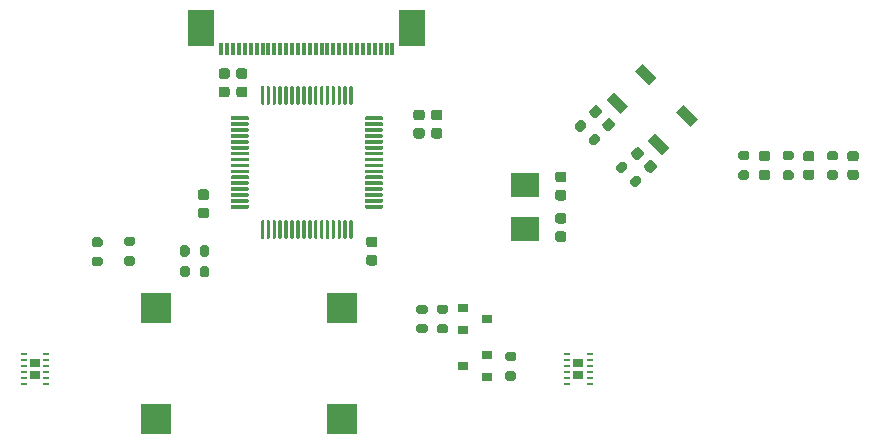
<source format=gbr>
%TF.GenerationSoftware,KiCad,Pcbnew,(5.1.7)-1*%
%TF.CreationDate,2021-05-03T22:06:55+02:00*%
%TF.ProjectId,Kaszmir,4b61737a-6d69-4722-9e6b-696361645f70,rev?*%
%TF.SameCoordinates,Original*%
%TF.FileFunction,Paste,Top*%
%TF.FilePolarity,Positive*%
%FSLAX46Y46*%
G04 Gerber Fmt 4.6, Leading zero omitted, Abs format (unit mm)*
G04 Created by KiCad (PCBNEW (5.1.7)-1) date 2021-05-03 22:06:55*
%MOMM*%
%LPD*%
G01*
G04 APERTURE LIST*
%ADD10R,0.950000X0.800000*%
%ADD11R,0.500000X0.250000*%
%ADD12R,2.400000X2.000000*%
%ADD13C,0.150000*%
%ADD14R,0.900000X0.800000*%
%ADD15R,2.300000X3.100000*%
%ADD16R,0.300000X1.100000*%
%ADD17R,2.540000X2.540000*%
G04 APERTURE END LIST*
%TO.C,C12*%
G36*
G01*
X106750000Y-136575000D02*
X107250000Y-136575000D01*
G75*
G02*
X107475000Y-136800000I0J-225000D01*
G01*
X107475000Y-137250000D01*
G75*
G02*
X107250000Y-137475000I-225000J0D01*
G01*
X106750000Y-137475000D01*
G75*
G02*
X106525000Y-137250000I0J225000D01*
G01*
X106525000Y-136800000D01*
G75*
G02*
X106750000Y-136575000I225000J0D01*
G01*
G37*
G36*
G01*
X106750000Y-135025000D02*
X107250000Y-135025000D01*
G75*
G02*
X107475000Y-135250000I0J-225000D01*
G01*
X107475000Y-135700000D01*
G75*
G02*
X107250000Y-135925000I-225000J0D01*
G01*
X106750000Y-135925000D01*
G75*
G02*
X106525000Y-135700000I0J225000D01*
G01*
X106525000Y-135250000D01*
G75*
G02*
X106750000Y-135025000I225000J0D01*
G01*
G37*
%TD*%
%TO.C,C11*%
G36*
G01*
X105250000Y-136575000D02*
X105750000Y-136575000D01*
G75*
G02*
X105975000Y-136800000I0J-225000D01*
G01*
X105975000Y-137250000D01*
G75*
G02*
X105750000Y-137475000I-225000J0D01*
G01*
X105250000Y-137475000D01*
G75*
G02*
X105025000Y-137250000I0J225000D01*
G01*
X105025000Y-136800000D01*
G75*
G02*
X105250000Y-136575000I225000J0D01*
G01*
G37*
G36*
G01*
X105250000Y-135025000D02*
X105750000Y-135025000D01*
G75*
G02*
X105975000Y-135250000I0J-225000D01*
G01*
X105975000Y-135700000D01*
G75*
G02*
X105750000Y-135925000I-225000J0D01*
G01*
X105250000Y-135925000D01*
G75*
G02*
X105025000Y-135700000I0J225000D01*
G01*
X105025000Y-135250000D01*
G75*
G02*
X105250000Y-135025000I225000J0D01*
G01*
G37*
%TD*%
%TO.C,C9*%
G36*
G01*
X101250000Y-147325000D02*
X101750000Y-147325000D01*
G75*
G02*
X101975000Y-147550000I0J-225000D01*
G01*
X101975000Y-148000000D01*
G75*
G02*
X101750000Y-148225000I-225000J0D01*
G01*
X101250000Y-148225000D01*
G75*
G02*
X101025000Y-148000000I0J225000D01*
G01*
X101025000Y-147550000D01*
G75*
G02*
X101250000Y-147325000I225000J0D01*
G01*
G37*
G36*
G01*
X101250000Y-145775000D02*
X101750000Y-145775000D01*
G75*
G02*
X101975000Y-146000000I0J-225000D01*
G01*
X101975000Y-146450000D01*
G75*
G02*
X101750000Y-146675000I-225000J0D01*
G01*
X101250000Y-146675000D01*
G75*
G02*
X101025000Y-146450000I0J225000D01*
G01*
X101025000Y-146000000D01*
G75*
G02*
X101250000Y-145775000I225000J0D01*
G01*
G37*
%TD*%
%TO.C,C8*%
G36*
G01*
X90750000Y-132425000D02*
X90250000Y-132425000D01*
G75*
G02*
X90025000Y-132200000I0J225000D01*
G01*
X90025000Y-131750000D01*
G75*
G02*
X90250000Y-131525000I225000J0D01*
G01*
X90750000Y-131525000D01*
G75*
G02*
X90975000Y-131750000I0J-225000D01*
G01*
X90975000Y-132200000D01*
G75*
G02*
X90750000Y-132425000I-225000J0D01*
G01*
G37*
G36*
G01*
X90750000Y-133975000D02*
X90250000Y-133975000D01*
G75*
G02*
X90025000Y-133750000I0J225000D01*
G01*
X90025000Y-133300000D01*
G75*
G02*
X90250000Y-133075000I225000J0D01*
G01*
X90750000Y-133075000D01*
G75*
G02*
X90975000Y-133300000I0J-225000D01*
G01*
X90975000Y-133750000D01*
G75*
G02*
X90750000Y-133975000I-225000J0D01*
G01*
G37*
%TD*%
%TO.C,C7*%
G36*
G01*
X87500000Y-142675000D02*
X87000000Y-142675000D01*
G75*
G02*
X86775000Y-142450000I0J225000D01*
G01*
X86775000Y-142000000D01*
G75*
G02*
X87000000Y-141775000I225000J0D01*
G01*
X87500000Y-141775000D01*
G75*
G02*
X87725000Y-142000000I0J-225000D01*
G01*
X87725000Y-142450000D01*
G75*
G02*
X87500000Y-142675000I-225000J0D01*
G01*
G37*
G36*
G01*
X87500000Y-144225000D02*
X87000000Y-144225000D01*
G75*
G02*
X86775000Y-144000000I0J225000D01*
G01*
X86775000Y-143550000D01*
G75*
G02*
X87000000Y-143325000I225000J0D01*
G01*
X87500000Y-143325000D01*
G75*
G02*
X87725000Y-143550000I0J-225000D01*
G01*
X87725000Y-144000000D01*
G75*
G02*
X87500000Y-144225000I-225000J0D01*
G01*
G37*
%TD*%
%TO.C,C13*%
G36*
G01*
X89250000Y-132425000D02*
X88750000Y-132425000D01*
G75*
G02*
X88525000Y-132200000I0J225000D01*
G01*
X88525000Y-131750000D01*
G75*
G02*
X88750000Y-131525000I225000J0D01*
G01*
X89250000Y-131525000D01*
G75*
G02*
X89475000Y-131750000I0J-225000D01*
G01*
X89475000Y-132200000D01*
G75*
G02*
X89250000Y-132425000I-225000J0D01*
G01*
G37*
G36*
G01*
X89250000Y-133975000D02*
X88750000Y-133975000D01*
G75*
G02*
X88525000Y-133750000I0J225000D01*
G01*
X88525000Y-133300000D01*
G75*
G02*
X88750000Y-133075000I225000J0D01*
G01*
X89250000Y-133075000D01*
G75*
G02*
X89475000Y-133300000I0J-225000D01*
G01*
X89475000Y-133750000D01*
G75*
G02*
X89250000Y-133975000I-225000J0D01*
G01*
G37*
%TD*%
D10*
%TO.C,U1*%
X119000000Y-156500000D03*
X119000000Y-157500000D03*
D11*
X118050000Y-158250000D03*
X118050000Y-157750000D03*
X118050000Y-157250000D03*
X118050000Y-156750000D03*
X118050000Y-156250000D03*
X118050000Y-155750000D03*
X119950000Y-155750000D03*
X119950000Y-156250000D03*
X119950000Y-156750000D03*
X119950000Y-157250000D03*
X119950000Y-157750000D03*
X119950000Y-158250000D03*
%TD*%
D10*
%TO.C,U3*%
X73000000Y-157500000D03*
X73000000Y-156500000D03*
D11*
X73950000Y-155750000D03*
X73950000Y-156250000D03*
X73950000Y-156750000D03*
X73950000Y-157250000D03*
X73950000Y-157750000D03*
X73950000Y-158250000D03*
X72050000Y-158250000D03*
X72050000Y-157750000D03*
X72050000Y-157250000D03*
X72050000Y-156750000D03*
X72050000Y-156250000D03*
X72050000Y-155750000D03*
%TD*%
%TO.C,R13*%
G36*
G01*
X107775000Y-152325000D02*
X107225000Y-152325000D01*
G75*
G02*
X107025000Y-152125000I0J200000D01*
G01*
X107025000Y-151725000D01*
G75*
G02*
X107225000Y-151525000I200000J0D01*
G01*
X107775000Y-151525000D01*
G75*
G02*
X107975000Y-151725000I0J-200000D01*
G01*
X107975000Y-152125000D01*
G75*
G02*
X107775000Y-152325000I-200000J0D01*
G01*
G37*
G36*
G01*
X107775000Y-153975000D02*
X107225000Y-153975000D01*
G75*
G02*
X107025000Y-153775000I0J200000D01*
G01*
X107025000Y-153375000D01*
G75*
G02*
X107225000Y-153175000I200000J0D01*
G01*
X107775000Y-153175000D01*
G75*
G02*
X107975000Y-153375000I0J-200000D01*
G01*
X107975000Y-153775000D01*
G75*
G02*
X107775000Y-153975000I-200000J0D01*
G01*
G37*
%TD*%
D12*
%TO.C,Y1*%
X114500000Y-145100000D03*
X114500000Y-141400000D03*
%TD*%
%TO.C,U2*%
G36*
G01*
X99900000Y-144475000D02*
X99900000Y-145875000D01*
G75*
G02*
X99825000Y-145950000I-75000J0D01*
G01*
X99675000Y-145950000D01*
G75*
G02*
X99600000Y-145875000I0J75000D01*
G01*
X99600000Y-144475000D01*
G75*
G02*
X99675000Y-144400000I75000J0D01*
G01*
X99825000Y-144400000D01*
G75*
G02*
X99900000Y-144475000I0J-75000D01*
G01*
G37*
G36*
G01*
X99400000Y-144475000D02*
X99400000Y-145875000D01*
G75*
G02*
X99325000Y-145950000I-75000J0D01*
G01*
X99175000Y-145950000D01*
G75*
G02*
X99100000Y-145875000I0J75000D01*
G01*
X99100000Y-144475000D01*
G75*
G02*
X99175000Y-144400000I75000J0D01*
G01*
X99325000Y-144400000D01*
G75*
G02*
X99400000Y-144475000I0J-75000D01*
G01*
G37*
G36*
G01*
X98900000Y-144475000D02*
X98900000Y-145875000D01*
G75*
G02*
X98825000Y-145950000I-75000J0D01*
G01*
X98675000Y-145950000D01*
G75*
G02*
X98600000Y-145875000I0J75000D01*
G01*
X98600000Y-144475000D01*
G75*
G02*
X98675000Y-144400000I75000J0D01*
G01*
X98825000Y-144400000D01*
G75*
G02*
X98900000Y-144475000I0J-75000D01*
G01*
G37*
G36*
G01*
X98400000Y-144475000D02*
X98400000Y-145875000D01*
G75*
G02*
X98325000Y-145950000I-75000J0D01*
G01*
X98175000Y-145950000D01*
G75*
G02*
X98100000Y-145875000I0J75000D01*
G01*
X98100000Y-144475000D01*
G75*
G02*
X98175000Y-144400000I75000J0D01*
G01*
X98325000Y-144400000D01*
G75*
G02*
X98400000Y-144475000I0J-75000D01*
G01*
G37*
G36*
G01*
X97900000Y-144475000D02*
X97900000Y-145875000D01*
G75*
G02*
X97825000Y-145950000I-75000J0D01*
G01*
X97675000Y-145950000D01*
G75*
G02*
X97600000Y-145875000I0J75000D01*
G01*
X97600000Y-144475000D01*
G75*
G02*
X97675000Y-144400000I75000J0D01*
G01*
X97825000Y-144400000D01*
G75*
G02*
X97900000Y-144475000I0J-75000D01*
G01*
G37*
G36*
G01*
X97400000Y-144475000D02*
X97400000Y-145875000D01*
G75*
G02*
X97325000Y-145950000I-75000J0D01*
G01*
X97175000Y-145950000D01*
G75*
G02*
X97100000Y-145875000I0J75000D01*
G01*
X97100000Y-144475000D01*
G75*
G02*
X97175000Y-144400000I75000J0D01*
G01*
X97325000Y-144400000D01*
G75*
G02*
X97400000Y-144475000I0J-75000D01*
G01*
G37*
G36*
G01*
X96900000Y-144475000D02*
X96900000Y-145875000D01*
G75*
G02*
X96825000Y-145950000I-75000J0D01*
G01*
X96675000Y-145950000D01*
G75*
G02*
X96600000Y-145875000I0J75000D01*
G01*
X96600000Y-144475000D01*
G75*
G02*
X96675000Y-144400000I75000J0D01*
G01*
X96825000Y-144400000D01*
G75*
G02*
X96900000Y-144475000I0J-75000D01*
G01*
G37*
G36*
G01*
X96400000Y-144475000D02*
X96400000Y-145875000D01*
G75*
G02*
X96325000Y-145950000I-75000J0D01*
G01*
X96175000Y-145950000D01*
G75*
G02*
X96100000Y-145875000I0J75000D01*
G01*
X96100000Y-144475000D01*
G75*
G02*
X96175000Y-144400000I75000J0D01*
G01*
X96325000Y-144400000D01*
G75*
G02*
X96400000Y-144475000I0J-75000D01*
G01*
G37*
G36*
G01*
X95900000Y-144475000D02*
X95900000Y-145875000D01*
G75*
G02*
X95825000Y-145950000I-75000J0D01*
G01*
X95675000Y-145950000D01*
G75*
G02*
X95600000Y-145875000I0J75000D01*
G01*
X95600000Y-144475000D01*
G75*
G02*
X95675000Y-144400000I75000J0D01*
G01*
X95825000Y-144400000D01*
G75*
G02*
X95900000Y-144475000I0J-75000D01*
G01*
G37*
G36*
G01*
X95400000Y-144475000D02*
X95400000Y-145875000D01*
G75*
G02*
X95325000Y-145950000I-75000J0D01*
G01*
X95175000Y-145950000D01*
G75*
G02*
X95100000Y-145875000I0J75000D01*
G01*
X95100000Y-144475000D01*
G75*
G02*
X95175000Y-144400000I75000J0D01*
G01*
X95325000Y-144400000D01*
G75*
G02*
X95400000Y-144475000I0J-75000D01*
G01*
G37*
G36*
G01*
X94900000Y-144475000D02*
X94900000Y-145875000D01*
G75*
G02*
X94825000Y-145950000I-75000J0D01*
G01*
X94675000Y-145950000D01*
G75*
G02*
X94600000Y-145875000I0J75000D01*
G01*
X94600000Y-144475000D01*
G75*
G02*
X94675000Y-144400000I75000J0D01*
G01*
X94825000Y-144400000D01*
G75*
G02*
X94900000Y-144475000I0J-75000D01*
G01*
G37*
G36*
G01*
X94400000Y-144475000D02*
X94400000Y-145875000D01*
G75*
G02*
X94325000Y-145950000I-75000J0D01*
G01*
X94175000Y-145950000D01*
G75*
G02*
X94100000Y-145875000I0J75000D01*
G01*
X94100000Y-144475000D01*
G75*
G02*
X94175000Y-144400000I75000J0D01*
G01*
X94325000Y-144400000D01*
G75*
G02*
X94400000Y-144475000I0J-75000D01*
G01*
G37*
G36*
G01*
X93900000Y-144475000D02*
X93900000Y-145875000D01*
G75*
G02*
X93825000Y-145950000I-75000J0D01*
G01*
X93675000Y-145950000D01*
G75*
G02*
X93600000Y-145875000I0J75000D01*
G01*
X93600000Y-144475000D01*
G75*
G02*
X93675000Y-144400000I75000J0D01*
G01*
X93825000Y-144400000D01*
G75*
G02*
X93900000Y-144475000I0J-75000D01*
G01*
G37*
G36*
G01*
X93400000Y-144475000D02*
X93400000Y-145875000D01*
G75*
G02*
X93325000Y-145950000I-75000J0D01*
G01*
X93175000Y-145950000D01*
G75*
G02*
X93100000Y-145875000I0J75000D01*
G01*
X93100000Y-144475000D01*
G75*
G02*
X93175000Y-144400000I75000J0D01*
G01*
X93325000Y-144400000D01*
G75*
G02*
X93400000Y-144475000I0J-75000D01*
G01*
G37*
G36*
G01*
X92900000Y-144475000D02*
X92900000Y-145875000D01*
G75*
G02*
X92825000Y-145950000I-75000J0D01*
G01*
X92675000Y-145950000D01*
G75*
G02*
X92600000Y-145875000I0J75000D01*
G01*
X92600000Y-144475000D01*
G75*
G02*
X92675000Y-144400000I75000J0D01*
G01*
X92825000Y-144400000D01*
G75*
G02*
X92900000Y-144475000I0J-75000D01*
G01*
G37*
G36*
G01*
X92400000Y-144475000D02*
X92400000Y-145875000D01*
G75*
G02*
X92325000Y-145950000I-75000J0D01*
G01*
X92175000Y-145950000D01*
G75*
G02*
X92100000Y-145875000I0J75000D01*
G01*
X92100000Y-144475000D01*
G75*
G02*
X92175000Y-144400000I75000J0D01*
G01*
X92325000Y-144400000D01*
G75*
G02*
X92400000Y-144475000I0J-75000D01*
G01*
G37*
G36*
G01*
X91100000Y-143175000D02*
X91100000Y-143325000D01*
G75*
G02*
X91025000Y-143400000I-75000J0D01*
G01*
X89625000Y-143400000D01*
G75*
G02*
X89550000Y-143325000I0J75000D01*
G01*
X89550000Y-143175000D01*
G75*
G02*
X89625000Y-143100000I75000J0D01*
G01*
X91025000Y-143100000D01*
G75*
G02*
X91100000Y-143175000I0J-75000D01*
G01*
G37*
G36*
G01*
X91100000Y-142675000D02*
X91100000Y-142825000D01*
G75*
G02*
X91025000Y-142900000I-75000J0D01*
G01*
X89625000Y-142900000D01*
G75*
G02*
X89550000Y-142825000I0J75000D01*
G01*
X89550000Y-142675000D01*
G75*
G02*
X89625000Y-142600000I75000J0D01*
G01*
X91025000Y-142600000D01*
G75*
G02*
X91100000Y-142675000I0J-75000D01*
G01*
G37*
G36*
G01*
X91100000Y-142175000D02*
X91100000Y-142325000D01*
G75*
G02*
X91025000Y-142400000I-75000J0D01*
G01*
X89625000Y-142400000D01*
G75*
G02*
X89550000Y-142325000I0J75000D01*
G01*
X89550000Y-142175000D01*
G75*
G02*
X89625000Y-142100000I75000J0D01*
G01*
X91025000Y-142100000D01*
G75*
G02*
X91100000Y-142175000I0J-75000D01*
G01*
G37*
G36*
G01*
X91100000Y-141675000D02*
X91100000Y-141825000D01*
G75*
G02*
X91025000Y-141900000I-75000J0D01*
G01*
X89625000Y-141900000D01*
G75*
G02*
X89550000Y-141825000I0J75000D01*
G01*
X89550000Y-141675000D01*
G75*
G02*
X89625000Y-141600000I75000J0D01*
G01*
X91025000Y-141600000D01*
G75*
G02*
X91100000Y-141675000I0J-75000D01*
G01*
G37*
G36*
G01*
X91100000Y-141175000D02*
X91100000Y-141325000D01*
G75*
G02*
X91025000Y-141400000I-75000J0D01*
G01*
X89625000Y-141400000D01*
G75*
G02*
X89550000Y-141325000I0J75000D01*
G01*
X89550000Y-141175000D01*
G75*
G02*
X89625000Y-141100000I75000J0D01*
G01*
X91025000Y-141100000D01*
G75*
G02*
X91100000Y-141175000I0J-75000D01*
G01*
G37*
G36*
G01*
X91100000Y-140675000D02*
X91100000Y-140825000D01*
G75*
G02*
X91025000Y-140900000I-75000J0D01*
G01*
X89625000Y-140900000D01*
G75*
G02*
X89550000Y-140825000I0J75000D01*
G01*
X89550000Y-140675000D01*
G75*
G02*
X89625000Y-140600000I75000J0D01*
G01*
X91025000Y-140600000D01*
G75*
G02*
X91100000Y-140675000I0J-75000D01*
G01*
G37*
G36*
G01*
X91100000Y-140175000D02*
X91100000Y-140325000D01*
G75*
G02*
X91025000Y-140400000I-75000J0D01*
G01*
X89625000Y-140400000D01*
G75*
G02*
X89550000Y-140325000I0J75000D01*
G01*
X89550000Y-140175000D01*
G75*
G02*
X89625000Y-140100000I75000J0D01*
G01*
X91025000Y-140100000D01*
G75*
G02*
X91100000Y-140175000I0J-75000D01*
G01*
G37*
G36*
G01*
X91100000Y-139675000D02*
X91100000Y-139825000D01*
G75*
G02*
X91025000Y-139900000I-75000J0D01*
G01*
X89625000Y-139900000D01*
G75*
G02*
X89550000Y-139825000I0J75000D01*
G01*
X89550000Y-139675000D01*
G75*
G02*
X89625000Y-139600000I75000J0D01*
G01*
X91025000Y-139600000D01*
G75*
G02*
X91100000Y-139675000I0J-75000D01*
G01*
G37*
G36*
G01*
X91100000Y-139175000D02*
X91100000Y-139325000D01*
G75*
G02*
X91025000Y-139400000I-75000J0D01*
G01*
X89625000Y-139400000D01*
G75*
G02*
X89550000Y-139325000I0J75000D01*
G01*
X89550000Y-139175000D01*
G75*
G02*
X89625000Y-139100000I75000J0D01*
G01*
X91025000Y-139100000D01*
G75*
G02*
X91100000Y-139175000I0J-75000D01*
G01*
G37*
G36*
G01*
X91100000Y-138675000D02*
X91100000Y-138825000D01*
G75*
G02*
X91025000Y-138900000I-75000J0D01*
G01*
X89625000Y-138900000D01*
G75*
G02*
X89550000Y-138825000I0J75000D01*
G01*
X89550000Y-138675000D01*
G75*
G02*
X89625000Y-138600000I75000J0D01*
G01*
X91025000Y-138600000D01*
G75*
G02*
X91100000Y-138675000I0J-75000D01*
G01*
G37*
G36*
G01*
X91100000Y-138175000D02*
X91100000Y-138325000D01*
G75*
G02*
X91025000Y-138400000I-75000J0D01*
G01*
X89625000Y-138400000D01*
G75*
G02*
X89550000Y-138325000I0J75000D01*
G01*
X89550000Y-138175000D01*
G75*
G02*
X89625000Y-138100000I75000J0D01*
G01*
X91025000Y-138100000D01*
G75*
G02*
X91100000Y-138175000I0J-75000D01*
G01*
G37*
G36*
G01*
X91100000Y-137675000D02*
X91100000Y-137825000D01*
G75*
G02*
X91025000Y-137900000I-75000J0D01*
G01*
X89625000Y-137900000D01*
G75*
G02*
X89550000Y-137825000I0J75000D01*
G01*
X89550000Y-137675000D01*
G75*
G02*
X89625000Y-137600000I75000J0D01*
G01*
X91025000Y-137600000D01*
G75*
G02*
X91100000Y-137675000I0J-75000D01*
G01*
G37*
G36*
G01*
X91100000Y-137175000D02*
X91100000Y-137325000D01*
G75*
G02*
X91025000Y-137400000I-75000J0D01*
G01*
X89625000Y-137400000D01*
G75*
G02*
X89550000Y-137325000I0J75000D01*
G01*
X89550000Y-137175000D01*
G75*
G02*
X89625000Y-137100000I75000J0D01*
G01*
X91025000Y-137100000D01*
G75*
G02*
X91100000Y-137175000I0J-75000D01*
G01*
G37*
G36*
G01*
X91100000Y-136675000D02*
X91100000Y-136825000D01*
G75*
G02*
X91025000Y-136900000I-75000J0D01*
G01*
X89625000Y-136900000D01*
G75*
G02*
X89550000Y-136825000I0J75000D01*
G01*
X89550000Y-136675000D01*
G75*
G02*
X89625000Y-136600000I75000J0D01*
G01*
X91025000Y-136600000D01*
G75*
G02*
X91100000Y-136675000I0J-75000D01*
G01*
G37*
G36*
G01*
X91100000Y-136175000D02*
X91100000Y-136325000D01*
G75*
G02*
X91025000Y-136400000I-75000J0D01*
G01*
X89625000Y-136400000D01*
G75*
G02*
X89550000Y-136325000I0J75000D01*
G01*
X89550000Y-136175000D01*
G75*
G02*
X89625000Y-136100000I75000J0D01*
G01*
X91025000Y-136100000D01*
G75*
G02*
X91100000Y-136175000I0J-75000D01*
G01*
G37*
G36*
G01*
X91100000Y-135675000D02*
X91100000Y-135825000D01*
G75*
G02*
X91025000Y-135900000I-75000J0D01*
G01*
X89625000Y-135900000D01*
G75*
G02*
X89550000Y-135825000I0J75000D01*
G01*
X89550000Y-135675000D01*
G75*
G02*
X89625000Y-135600000I75000J0D01*
G01*
X91025000Y-135600000D01*
G75*
G02*
X91100000Y-135675000I0J-75000D01*
G01*
G37*
G36*
G01*
X92400000Y-133125000D02*
X92400000Y-134525000D01*
G75*
G02*
X92325000Y-134600000I-75000J0D01*
G01*
X92175000Y-134600000D01*
G75*
G02*
X92100000Y-134525000I0J75000D01*
G01*
X92100000Y-133125000D01*
G75*
G02*
X92175000Y-133050000I75000J0D01*
G01*
X92325000Y-133050000D01*
G75*
G02*
X92400000Y-133125000I0J-75000D01*
G01*
G37*
G36*
G01*
X92900000Y-133125000D02*
X92900000Y-134525000D01*
G75*
G02*
X92825000Y-134600000I-75000J0D01*
G01*
X92675000Y-134600000D01*
G75*
G02*
X92600000Y-134525000I0J75000D01*
G01*
X92600000Y-133125000D01*
G75*
G02*
X92675000Y-133050000I75000J0D01*
G01*
X92825000Y-133050000D01*
G75*
G02*
X92900000Y-133125000I0J-75000D01*
G01*
G37*
G36*
G01*
X93400000Y-133125000D02*
X93400000Y-134525000D01*
G75*
G02*
X93325000Y-134600000I-75000J0D01*
G01*
X93175000Y-134600000D01*
G75*
G02*
X93100000Y-134525000I0J75000D01*
G01*
X93100000Y-133125000D01*
G75*
G02*
X93175000Y-133050000I75000J0D01*
G01*
X93325000Y-133050000D01*
G75*
G02*
X93400000Y-133125000I0J-75000D01*
G01*
G37*
G36*
G01*
X93900000Y-133125000D02*
X93900000Y-134525000D01*
G75*
G02*
X93825000Y-134600000I-75000J0D01*
G01*
X93675000Y-134600000D01*
G75*
G02*
X93600000Y-134525000I0J75000D01*
G01*
X93600000Y-133125000D01*
G75*
G02*
X93675000Y-133050000I75000J0D01*
G01*
X93825000Y-133050000D01*
G75*
G02*
X93900000Y-133125000I0J-75000D01*
G01*
G37*
G36*
G01*
X94400000Y-133125000D02*
X94400000Y-134525000D01*
G75*
G02*
X94325000Y-134600000I-75000J0D01*
G01*
X94175000Y-134600000D01*
G75*
G02*
X94100000Y-134525000I0J75000D01*
G01*
X94100000Y-133125000D01*
G75*
G02*
X94175000Y-133050000I75000J0D01*
G01*
X94325000Y-133050000D01*
G75*
G02*
X94400000Y-133125000I0J-75000D01*
G01*
G37*
G36*
G01*
X94900000Y-133125000D02*
X94900000Y-134525000D01*
G75*
G02*
X94825000Y-134600000I-75000J0D01*
G01*
X94675000Y-134600000D01*
G75*
G02*
X94600000Y-134525000I0J75000D01*
G01*
X94600000Y-133125000D01*
G75*
G02*
X94675000Y-133050000I75000J0D01*
G01*
X94825000Y-133050000D01*
G75*
G02*
X94900000Y-133125000I0J-75000D01*
G01*
G37*
G36*
G01*
X95400000Y-133125000D02*
X95400000Y-134525000D01*
G75*
G02*
X95325000Y-134600000I-75000J0D01*
G01*
X95175000Y-134600000D01*
G75*
G02*
X95100000Y-134525000I0J75000D01*
G01*
X95100000Y-133125000D01*
G75*
G02*
X95175000Y-133050000I75000J0D01*
G01*
X95325000Y-133050000D01*
G75*
G02*
X95400000Y-133125000I0J-75000D01*
G01*
G37*
G36*
G01*
X95900000Y-133125000D02*
X95900000Y-134525000D01*
G75*
G02*
X95825000Y-134600000I-75000J0D01*
G01*
X95675000Y-134600000D01*
G75*
G02*
X95600000Y-134525000I0J75000D01*
G01*
X95600000Y-133125000D01*
G75*
G02*
X95675000Y-133050000I75000J0D01*
G01*
X95825000Y-133050000D01*
G75*
G02*
X95900000Y-133125000I0J-75000D01*
G01*
G37*
G36*
G01*
X96400000Y-133125000D02*
X96400000Y-134525000D01*
G75*
G02*
X96325000Y-134600000I-75000J0D01*
G01*
X96175000Y-134600000D01*
G75*
G02*
X96100000Y-134525000I0J75000D01*
G01*
X96100000Y-133125000D01*
G75*
G02*
X96175000Y-133050000I75000J0D01*
G01*
X96325000Y-133050000D01*
G75*
G02*
X96400000Y-133125000I0J-75000D01*
G01*
G37*
G36*
G01*
X96900000Y-133125000D02*
X96900000Y-134525000D01*
G75*
G02*
X96825000Y-134600000I-75000J0D01*
G01*
X96675000Y-134600000D01*
G75*
G02*
X96600000Y-134525000I0J75000D01*
G01*
X96600000Y-133125000D01*
G75*
G02*
X96675000Y-133050000I75000J0D01*
G01*
X96825000Y-133050000D01*
G75*
G02*
X96900000Y-133125000I0J-75000D01*
G01*
G37*
G36*
G01*
X97400000Y-133125000D02*
X97400000Y-134525000D01*
G75*
G02*
X97325000Y-134600000I-75000J0D01*
G01*
X97175000Y-134600000D01*
G75*
G02*
X97100000Y-134525000I0J75000D01*
G01*
X97100000Y-133125000D01*
G75*
G02*
X97175000Y-133050000I75000J0D01*
G01*
X97325000Y-133050000D01*
G75*
G02*
X97400000Y-133125000I0J-75000D01*
G01*
G37*
G36*
G01*
X97900000Y-133125000D02*
X97900000Y-134525000D01*
G75*
G02*
X97825000Y-134600000I-75000J0D01*
G01*
X97675000Y-134600000D01*
G75*
G02*
X97600000Y-134525000I0J75000D01*
G01*
X97600000Y-133125000D01*
G75*
G02*
X97675000Y-133050000I75000J0D01*
G01*
X97825000Y-133050000D01*
G75*
G02*
X97900000Y-133125000I0J-75000D01*
G01*
G37*
G36*
G01*
X98400000Y-133125000D02*
X98400000Y-134525000D01*
G75*
G02*
X98325000Y-134600000I-75000J0D01*
G01*
X98175000Y-134600000D01*
G75*
G02*
X98100000Y-134525000I0J75000D01*
G01*
X98100000Y-133125000D01*
G75*
G02*
X98175000Y-133050000I75000J0D01*
G01*
X98325000Y-133050000D01*
G75*
G02*
X98400000Y-133125000I0J-75000D01*
G01*
G37*
G36*
G01*
X98900000Y-133125000D02*
X98900000Y-134525000D01*
G75*
G02*
X98825000Y-134600000I-75000J0D01*
G01*
X98675000Y-134600000D01*
G75*
G02*
X98600000Y-134525000I0J75000D01*
G01*
X98600000Y-133125000D01*
G75*
G02*
X98675000Y-133050000I75000J0D01*
G01*
X98825000Y-133050000D01*
G75*
G02*
X98900000Y-133125000I0J-75000D01*
G01*
G37*
G36*
G01*
X99400000Y-133125000D02*
X99400000Y-134525000D01*
G75*
G02*
X99325000Y-134600000I-75000J0D01*
G01*
X99175000Y-134600000D01*
G75*
G02*
X99100000Y-134525000I0J75000D01*
G01*
X99100000Y-133125000D01*
G75*
G02*
X99175000Y-133050000I75000J0D01*
G01*
X99325000Y-133050000D01*
G75*
G02*
X99400000Y-133125000I0J-75000D01*
G01*
G37*
G36*
G01*
X99900000Y-133125000D02*
X99900000Y-134525000D01*
G75*
G02*
X99825000Y-134600000I-75000J0D01*
G01*
X99675000Y-134600000D01*
G75*
G02*
X99600000Y-134525000I0J75000D01*
G01*
X99600000Y-133125000D01*
G75*
G02*
X99675000Y-133050000I75000J0D01*
G01*
X99825000Y-133050000D01*
G75*
G02*
X99900000Y-133125000I0J-75000D01*
G01*
G37*
G36*
G01*
X102450000Y-135675000D02*
X102450000Y-135825000D01*
G75*
G02*
X102375000Y-135900000I-75000J0D01*
G01*
X100975000Y-135900000D01*
G75*
G02*
X100900000Y-135825000I0J75000D01*
G01*
X100900000Y-135675000D01*
G75*
G02*
X100975000Y-135600000I75000J0D01*
G01*
X102375000Y-135600000D01*
G75*
G02*
X102450000Y-135675000I0J-75000D01*
G01*
G37*
G36*
G01*
X102450000Y-136175000D02*
X102450000Y-136325000D01*
G75*
G02*
X102375000Y-136400000I-75000J0D01*
G01*
X100975000Y-136400000D01*
G75*
G02*
X100900000Y-136325000I0J75000D01*
G01*
X100900000Y-136175000D01*
G75*
G02*
X100975000Y-136100000I75000J0D01*
G01*
X102375000Y-136100000D01*
G75*
G02*
X102450000Y-136175000I0J-75000D01*
G01*
G37*
G36*
G01*
X102450000Y-136675000D02*
X102450000Y-136825000D01*
G75*
G02*
X102375000Y-136900000I-75000J0D01*
G01*
X100975000Y-136900000D01*
G75*
G02*
X100900000Y-136825000I0J75000D01*
G01*
X100900000Y-136675000D01*
G75*
G02*
X100975000Y-136600000I75000J0D01*
G01*
X102375000Y-136600000D01*
G75*
G02*
X102450000Y-136675000I0J-75000D01*
G01*
G37*
G36*
G01*
X102450000Y-137175000D02*
X102450000Y-137325000D01*
G75*
G02*
X102375000Y-137400000I-75000J0D01*
G01*
X100975000Y-137400000D01*
G75*
G02*
X100900000Y-137325000I0J75000D01*
G01*
X100900000Y-137175000D01*
G75*
G02*
X100975000Y-137100000I75000J0D01*
G01*
X102375000Y-137100000D01*
G75*
G02*
X102450000Y-137175000I0J-75000D01*
G01*
G37*
G36*
G01*
X102450000Y-137675000D02*
X102450000Y-137825000D01*
G75*
G02*
X102375000Y-137900000I-75000J0D01*
G01*
X100975000Y-137900000D01*
G75*
G02*
X100900000Y-137825000I0J75000D01*
G01*
X100900000Y-137675000D01*
G75*
G02*
X100975000Y-137600000I75000J0D01*
G01*
X102375000Y-137600000D01*
G75*
G02*
X102450000Y-137675000I0J-75000D01*
G01*
G37*
G36*
G01*
X102450000Y-138175000D02*
X102450000Y-138325000D01*
G75*
G02*
X102375000Y-138400000I-75000J0D01*
G01*
X100975000Y-138400000D01*
G75*
G02*
X100900000Y-138325000I0J75000D01*
G01*
X100900000Y-138175000D01*
G75*
G02*
X100975000Y-138100000I75000J0D01*
G01*
X102375000Y-138100000D01*
G75*
G02*
X102450000Y-138175000I0J-75000D01*
G01*
G37*
G36*
G01*
X102450000Y-138675000D02*
X102450000Y-138825000D01*
G75*
G02*
X102375000Y-138900000I-75000J0D01*
G01*
X100975000Y-138900000D01*
G75*
G02*
X100900000Y-138825000I0J75000D01*
G01*
X100900000Y-138675000D01*
G75*
G02*
X100975000Y-138600000I75000J0D01*
G01*
X102375000Y-138600000D01*
G75*
G02*
X102450000Y-138675000I0J-75000D01*
G01*
G37*
G36*
G01*
X102450000Y-139175000D02*
X102450000Y-139325000D01*
G75*
G02*
X102375000Y-139400000I-75000J0D01*
G01*
X100975000Y-139400000D01*
G75*
G02*
X100900000Y-139325000I0J75000D01*
G01*
X100900000Y-139175000D01*
G75*
G02*
X100975000Y-139100000I75000J0D01*
G01*
X102375000Y-139100000D01*
G75*
G02*
X102450000Y-139175000I0J-75000D01*
G01*
G37*
G36*
G01*
X102450000Y-139675000D02*
X102450000Y-139825000D01*
G75*
G02*
X102375000Y-139900000I-75000J0D01*
G01*
X100975000Y-139900000D01*
G75*
G02*
X100900000Y-139825000I0J75000D01*
G01*
X100900000Y-139675000D01*
G75*
G02*
X100975000Y-139600000I75000J0D01*
G01*
X102375000Y-139600000D01*
G75*
G02*
X102450000Y-139675000I0J-75000D01*
G01*
G37*
G36*
G01*
X102450000Y-140175000D02*
X102450000Y-140325000D01*
G75*
G02*
X102375000Y-140400000I-75000J0D01*
G01*
X100975000Y-140400000D01*
G75*
G02*
X100900000Y-140325000I0J75000D01*
G01*
X100900000Y-140175000D01*
G75*
G02*
X100975000Y-140100000I75000J0D01*
G01*
X102375000Y-140100000D01*
G75*
G02*
X102450000Y-140175000I0J-75000D01*
G01*
G37*
G36*
G01*
X102450000Y-140675000D02*
X102450000Y-140825000D01*
G75*
G02*
X102375000Y-140900000I-75000J0D01*
G01*
X100975000Y-140900000D01*
G75*
G02*
X100900000Y-140825000I0J75000D01*
G01*
X100900000Y-140675000D01*
G75*
G02*
X100975000Y-140600000I75000J0D01*
G01*
X102375000Y-140600000D01*
G75*
G02*
X102450000Y-140675000I0J-75000D01*
G01*
G37*
G36*
G01*
X102450000Y-141175000D02*
X102450000Y-141325000D01*
G75*
G02*
X102375000Y-141400000I-75000J0D01*
G01*
X100975000Y-141400000D01*
G75*
G02*
X100900000Y-141325000I0J75000D01*
G01*
X100900000Y-141175000D01*
G75*
G02*
X100975000Y-141100000I75000J0D01*
G01*
X102375000Y-141100000D01*
G75*
G02*
X102450000Y-141175000I0J-75000D01*
G01*
G37*
G36*
G01*
X102450000Y-141675000D02*
X102450000Y-141825000D01*
G75*
G02*
X102375000Y-141900000I-75000J0D01*
G01*
X100975000Y-141900000D01*
G75*
G02*
X100900000Y-141825000I0J75000D01*
G01*
X100900000Y-141675000D01*
G75*
G02*
X100975000Y-141600000I75000J0D01*
G01*
X102375000Y-141600000D01*
G75*
G02*
X102450000Y-141675000I0J-75000D01*
G01*
G37*
G36*
G01*
X102450000Y-142175000D02*
X102450000Y-142325000D01*
G75*
G02*
X102375000Y-142400000I-75000J0D01*
G01*
X100975000Y-142400000D01*
G75*
G02*
X100900000Y-142325000I0J75000D01*
G01*
X100900000Y-142175000D01*
G75*
G02*
X100975000Y-142100000I75000J0D01*
G01*
X102375000Y-142100000D01*
G75*
G02*
X102450000Y-142175000I0J-75000D01*
G01*
G37*
G36*
G01*
X102450000Y-142675000D02*
X102450000Y-142825000D01*
G75*
G02*
X102375000Y-142900000I-75000J0D01*
G01*
X100975000Y-142900000D01*
G75*
G02*
X100900000Y-142825000I0J75000D01*
G01*
X100900000Y-142675000D01*
G75*
G02*
X100975000Y-142600000I75000J0D01*
G01*
X102375000Y-142600000D01*
G75*
G02*
X102450000Y-142675000I0J-75000D01*
G01*
G37*
G36*
G01*
X102450000Y-143175000D02*
X102450000Y-143325000D01*
G75*
G02*
X102375000Y-143400000I-75000J0D01*
G01*
X100975000Y-143400000D01*
G75*
G02*
X100900000Y-143325000I0J75000D01*
G01*
X100900000Y-143175000D01*
G75*
G02*
X100975000Y-143100000I75000J0D01*
G01*
X102375000Y-143100000D01*
G75*
G02*
X102450000Y-143175000I0J-75000D01*
G01*
G37*
%TD*%
D13*
%TO.C,SW3*%
G36*
X122015075Y-133532843D02*
G01*
X123217157Y-134734925D01*
X122580761Y-135371321D01*
X121378679Y-134169239D01*
X122015075Y-133532843D01*
G37*
G36*
X124419239Y-131128679D02*
G01*
X125621321Y-132330761D01*
X124984925Y-132967157D01*
X123782843Y-131765075D01*
X124419239Y-131128679D01*
G37*
%TD*%
%TO.C,SW2*%
G36*
X125515075Y-137032843D02*
G01*
X126717157Y-138234925D01*
X126080761Y-138871321D01*
X124878679Y-137669239D01*
X125515075Y-137032843D01*
G37*
G36*
X127919239Y-134628679D02*
G01*
X129121321Y-135830761D01*
X128484925Y-136467157D01*
X127282843Y-135265075D01*
X127919239Y-134628679D01*
G37*
%TD*%
%TO.C,R11*%
G36*
G01*
X77975000Y-147500000D02*
X78525000Y-147500000D01*
G75*
G02*
X78725000Y-147700000I0J-200000D01*
G01*
X78725000Y-148100000D01*
G75*
G02*
X78525000Y-148300000I-200000J0D01*
G01*
X77975000Y-148300000D01*
G75*
G02*
X77775000Y-148100000I0J200000D01*
G01*
X77775000Y-147700000D01*
G75*
G02*
X77975000Y-147500000I200000J0D01*
G01*
G37*
G36*
G01*
X77975000Y-145850000D02*
X78525000Y-145850000D01*
G75*
G02*
X78725000Y-146050000I0J-200000D01*
G01*
X78725000Y-146450000D01*
G75*
G02*
X78525000Y-146650000I-200000J0D01*
G01*
X77975000Y-146650000D01*
G75*
G02*
X77775000Y-146450000I0J200000D01*
G01*
X77775000Y-146050000D01*
G75*
G02*
X77975000Y-145850000I200000J0D01*
G01*
G37*
%TD*%
%TO.C,R10*%
G36*
G01*
X80725000Y-147425000D02*
X81275000Y-147425000D01*
G75*
G02*
X81475000Y-147625000I0J-200000D01*
G01*
X81475000Y-148025000D01*
G75*
G02*
X81275000Y-148225000I-200000J0D01*
G01*
X80725000Y-148225000D01*
G75*
G02*
X80525000Y-148025000I0J200000D01*
G01*
X80525000Y-147625000D01*
G75*
G02*
X80725000Y-147425000I200000J0D01*
G01*
G37*
G36*
G01*
X80725000Y-145775000D02*
X81275000Y-145775000D01*
G75*
G02*
X81475000Y-145975000I0J-200000D01*
G01*
X81475000Y-146375000D01*
G75*
G02*
X81275000Y-146575000I-200000J0D01*
G01*
X80725000Y-146575000D01*
G75*
G02*
X80525000Y-146375000I0J200000D01*
G01*
X80525000Y-145975000D01*
G75*
G02*
X80725000Y-145775000I200000J0D01*
G01*
G37*
%TD*%
%TO.C,R9*%
G36*
G01*
X86075000Y-148475000D02*
X86075000Y-149025000D01*
G75*
G02*
X85875000Y-149225000I-200000J0D01*
G01*
X85475000Y-149225000D01*
G75*
G02*
X85275000Y-149025000I0J200000D01*
G01*
X85275000Y-148475000D01*
G75*
G02*
X85475000Y-148275000I200000J0D01*
G01*
X85875000Y-148275000D01*
G75*
G02*
X86075000Y-148475000I0J-200000D01*
G01*
G37*
G36*
G01*
X87725000Y-148475000D02*
X87725000Y-149025000D01*
G75*
G02*
X87525000Y-149225000I-200000J0D01*
G01*
X87125000Y-149225000D01*
G75*
G02*
X86925000Y-149025000I0J200000D01*
G01*
X86925000Y-148475000D01*
G75*
G02*
X87125000Y-148275000I200000J0D01*
G01*
X87525000Y-148275000D01*
G75*
G02*
X87725000Y-148475000I0J-200000D01*
G01*
G37*
%TD*%
%TO.C,R8*%
G36*
G01*
X86075000Y-146725000D02*
X86075000Y-147275000D01*
G75*
G02*
X85875000Y-147475000I-200000J0D01*
G01*
X85475000Y-147475000D01*
G75*
G02*
X85275000Y-147275000I0J200000D01*
G01*
X85275000Y-146725000D01*
G75*
G02*
X85475000Y-146525000I200000J0D01*
G01*
X85875000Y-146525000D01*
G75*
G02*
X86075000Y-146725000I0J-200000D01*
G01*
G37*
G36*
G01*
X87725000Y-146725000D02*
X87725000Y-147275000D01*
G75*
G02*
X87525000Y-147475000I-200000J0D01*
G01*
X87125000Y-147475000D01*
G75*
G02*
X86925000Y-147275000I0J200000D01*
G01*
X86925000Y-146725000D01*
G75*
G02*
X87125000Y-146525000I200000J0D01*
G01*
X87525000Y-146525000D01*
G75*
G02*
X87725000Y-146725000I0J-200000D01*
G01*
G37*
%TD*%
%TO.C,R7*%
G36*
G01*
X140775000Y-139325000D02*
X140225000Y-139325000D01*
G75*
G02*
X140025000Y-139125000I0J200000D01*
G01*
X140025000Y-138725000D01*
G75*
G02*
X140225000Y-138525000I200000J0D01*
G01*
X140775000Y-138525000D01*
G75*
G02*
X140975000Y-138725000I0J-200000D01*
G01*
X140975000Y-139125000D01*
G75*
G02*
X140775000Y-139325000I-200000J0D01*
G01*
G37*
G36*
G01*
X140775000Y-140975000D02*
X140225000Y-140975000D01*
G75*
G02*
X140025000Y-140775000I0J200000D01*
G01*
X140025000Y-140375000D01*
G75*
G02*
X140225000Y-140175000I200000J0D01*
G01*
X140775000Y-140175000D01*
G75*
G02*
X140975000Y-140375000I0J-200000D01*
G01*
X140975000Y-140775000D01*
G75*
G02*
X140775000Y-140975000I-200000J0D01*
G01*
G37*
%TD*%
%TO.C,R6*%
G36*
G01*
X137025000Y-139325000D02*
X136475000Y-139325000D01*
G75*
G02*
X136275000Y-139125000I0J200000D01*
G01*
X136275000Y-138725000D01*
G75*
G02*
X136475000Y-138525000I200000J0D01*
G01*
X137025000Y-138525000D01*
G75*
G02*
X137225000Y-138725000I0J-200000D01*
G01*
X137225000Y-139125000D01*
G75*
G02*
X137025000Y-139325000I-200000J0D01*
G01*
G37*
G36*
G01*
X137025000Y-140975000D02*
X136475000Y-140975000D01*
G75*
G02*
X136275000Y-140775000I0J200000D01*
G01*
X136275000Y-140375000D01*
G75*
G02*
X136475000Y-140175000I200000J0D01*
G01*
X137025000Y-140175000D01*
G75*
G02*
X137225000Y-140375000I0J-200000D01*
G01*
X137225000Y-140775000D01*
G75*
G02*
X137025000Y-140975000I-200000J0D01*
G01*
G37*
%TD*%
%TO.C,R5*%
G36*
G01*
X119856066Y-137494975D02*
X120244975Y-137106066D01*
G75*
G02*
X120527817Y-137106066I141421J-141421D01*
G01*
X120810660Y-137388909D01*
G75*
G02*
X120810660Y-137671751I-141421J-141421D01*
G01*
X120421751Y-138060660D01*
G75*
G02*
X120138909Y-138060660I-141421J141421D01*
G01*
X119856066Y-137777817D01*
G75*
G02*
X119856066Y-137494975I141421J141421D01*
G01*
G37*
G36*
G01*
X118689340Y-136328249D02*
X119078249Y-135939340D01*
G75*
G02*
X119361091Y-135939340I141421J-141421D01*
G01*
X119643934Y-136222183D01*
G75*
G02*
X119643934Y-136505025I-141421J-141421D01*
G01*
X119255025Y-136893934D01*
G75*
G02*
X118972183Y-136893934I-141421J141421D01*
G01*
X118689340Y-136611091D01*
G75*
G02*
X118689340Y-136328249I141421J141421D01*
G01*
G37*
%TD*%
%TO.C,R4*%
G36*
G01*
X123356066Y-140994975D02*
X123744975Y-140606066D01*
G75*
G02*
X124027817Y-140606066I141421J-141421D01*
G01*
X124310660Y-140888909D01*
G75*
G02*
X124310660Y-141171751I-141421J-141421D01*
G01*
X123921751Y-141560660D01*
G75*
G02*
X123638909Y-141560660I-141421J141421D01*
G01*
X123356066Y-141277817D01*
G75*
G02*
X123356066Y-140994975I141421J141421D01*
G01*
G37*
G36*
G01*
X122189340Y-139828249D02*
X122578249Y-139439340D01*
G75*
G02*
X122861091Y-139439340I141421J-141421D01*
G01*
X123143934Y-139722183D01*
G75*
G02*
X123143934Y-140005025I-141421J-141421D01*
G01*
X122755025Y-140393934D01*
G75*
G02*
X122472183Y-140393934I-141421J141421D01*
G01*
X122189340Y-140111091D01*
G75*
G02*
X122189340Y-139828249I141421J141421D01*
G01*
G37*
%TD*%
%TO.C,R3*%
G36*
G01*
X105475000Y-153175000D02*
X106025000Y-153175000D01*
G75*
G02*
X106225000Y-153375000I0J-200000D01*
G01*
X106225000Y-153775000D01*
G75*
G02*
X106025000Y-153975000I-200000J0D01*
G01*
X105475000Y-153975000D01*
G75*
G02*
X105275000Y-153775000I0J200000D01*
G01*
X105275000Y-153375000D01*
G75*
G02*
X105475000Y-153175000I200000J0D01*
G01*
G37*
G36*
G01*
X105475000Y-151525000D02*
X106025000Y-151525000D01*
G75*
G02*
X106225000Y-151725000I0J-200000D01*
G01*
X106225000Y-152125000D01*
G75*
G02*
X106025000Y-152325000I-200000J0D01*
G01*
X105475000Y-152325000D01*
G75*
G02*
X105275000Y-152125000I0J200000D01*
G01*
X105275000Y-151725000D01*
G75*
G02*
X105475000Y-151525000I200000J0D01*
G01*
G37*
%TD*%
%TO.C,R2*%
G36*
G01*
X113525000Y-156325000D02*
X112975000Y-156325000D01*
G75*
G02*
X112775000Y-156125000I0J200000D01*
G01*
X112775000Y-155725000D01*
G75*
G02*
X112975000Y-155525000I200000J0D01*
G01*
X113525000Y-155525000D01*
G75*
G02*
X113725000Y-155725000I0J-200000D01*
G01*
X113725000Y-156125000D01*
G75*
G02*
X113525000Y-156325000I-200000J0D01*
G01*
G37*
G36*
G01*
X113525000Y-157975000D02*
X112975000Y-157975000D01*
G75*
G02*
X112775000Y-157775000I0J200000D01*
G01*
X112775000Y-157375000D01*
G75*
G02*
X112975000Y-157175000I200000J0D01*
G01*
X113525000Y-157175000D01*
G75*
G02*
X113725000Y-157375000I0J-200000D01*
G01*
X113725000Y-157775000D01*
G75*
G02*
X113525000Y-157975000I-200000J0D01*
G01*
G37*
%TD*%
%TO.C,R1*%
G36*
G01*
X133275000Y-139325000D02*
X132725000Y-139325000D01*
G75*
G02*
X132525000Y-139125000I0J200000D01*
G01*
X132525000Y-138725000D01*
G75*
G02*
X132725000Y-138525000I200000J0D01*
G01*
X133275000Y-138525000D01*
G75*
G02*
X133475000Y-138725000I0J-200000D01*
G01*
X133475000Y-139125000D01*
G75*
G02*
X133275000Y-139325000I-200000J0D01*
G01*
G37*
G36*
G01*
X133275000Y-140975000D02*
X132725000Y-140975000D01*
G75*
G02*
X132525000Y-140775000I0J200000D01*
G01*
X132525000Y-140375000D01*
G75*
G02*
X132725000Y-140175000I200000J0D01*
G01*
X133275000Y-140175000D01*
G75*
G02*
X133475000Y-140375000I0J-200000D01*
G01*
X133475000Y-140775000D01*
G75*
G02*
X133275000Y-140975000I-200000J0D01*
G01*
G37*
%TD*%
D14*
%TO.C,Q2*%
X111250000Y-152750000D03*
X109250000Y-153700000D03*
X109250000Y-151800000D03*
%TD*%
%TO.C,Q1*%
X109250000Y-156750000D03*
X111250000Y-155800000D03*
X111250000Y-157700000D03*
%TD*%
D15*
%TO.C,J1*%
X87080000Y-128150000D03*
X104920000Y-128150000D03*
D16*
X88750000Y-129850000D03*
X89250000Y-129850000D03*
X89750000Y-129850000D03*
X90250000Y-129850000D03*
X90750000Y-129850000D03*
X91250000Y-129850000D03*
X91750000Y-129850000D03*
X92250000Y-129850000D03*
X92750000Y-129850000D03*
X93250000Y-129850000D03*
X93750000Y-129850000D03*
X94250000Y-129850000D03*
X94750000Y-129850000D03*
X95250000Y-129850000D03*
X95750000Y-129850000D03*
X96250000Y-129850000D03*
X96750000Y-129850000D03*
X97250000Y-129850000D03*
X97750000Y-129850000D03*
X98250000Y-129850000D03*
X98750000Y-129850000D03*
X99250000Y-129850000D03*
X99750000Y-129850000D03*
X100250000Y-129850000D03*
X100750000Y-129850000D03*
X101250000Y-129850000D03*
X101750000Y-129850000D03*
X102250000Y-129850000D03*
X102750000Y-129850000D03*
X103250000Y-129850000D03*
%TD*%
%TO.C,D3*%
G36*
G01*
X141993750Y-140100000D02*
X142506250Y-140100000D01*
G75*
G02*
X142725000Y-140318750I0J-218750D01*
G01*
X142725000Y-140756250D01*
G75*
G02*
X142506250Y-140975000I-218750J0D01*
G01*
X141993750Y-140975000D01*
G75*
G02*
X141775000Y-140756250I0J218750D01*
G01*
X141775000Y-140318750D01*
G75*
G02*
X141993750Y-140100000I218750J0D01*
G01*
G37*
G36*
G01*
X141993750Y-138525000D02*
X142506250Y-138525000D01*
G75*
G02*
X142725000Y-138743750I0J-218750D01*
G01*
X142725000Y-139181250D01*
G75*
G02*
X142506250Y-139400000I-218750J0D01*
G01*
X141993750Y-139400000D01*
G75*
G02*
X141775000Y-139181250I0J218750D01*
G01*
X141775000Y-138743750D01*
G75*
G02*
X141993750Y-138525000I218750J0D01*
G01*
G37*
%TD*%
%TO.C,D2*%
G36*
G01*
X138243750Y-140100000D02*
X138756250Y-140100000D01*
G75*
G02*
X138975000Y-140318750I0J-218750D01*
G01*
X138975000Y-140756250D01*
G75*
G02*
X138756250Y-140975000I-218750J0D01*
G01*
X138243750Y-140975000D01*
G75*
G02*
X138025000Y-140756250I0J218750D01*
G01*
X138025000Y-140318750D01*
G75*
G02*
X138243750Y-140100000I218750J0D01*
G01*
G37*
G36*
G01*
X138243750Y-138525000D02*
X138756250Y-138525000D01*
G75*
G02*
X138975000Y-138743750I0J-218750D01*
G01*
X138975000Y-139181250D01*
G75*
G02*
X138756250Y-139400000I-218750J0D01*
G01*
X138243750Y-139400000D01*
G75*
G02*
X138025000Y-139181250I0J218750D01*
G01*
X138025000Y-138743750D01*
G75*
G02*
X138243750Y-138525000I218750J0D01*
G01*
G37*
%TD*%
%TO.C,D1*%
G36*
G01*
X134493750Y-140100000D02*
X135006250Y-140100000D01*
G75*
G02*
X135225000Y-140318750I0J-218750D01*
G01*
X135225000Y-140756250D01*
G75*
G02*
X135006250Y-140975000I-218750J0D01*
G01*
X134493750Y-140975000D01*
G75*
G02*
X134275000Y-140756250I0J218750D01*
G01*
X134275000Y-140318750D01*
G75*
G02*
X134493750Y-140100000I218750J0D01*
G01*
G37*
G36*
G01*
X134493750Y-138525000D02*
X135006250Y-138525000D01*
G75*
G02*
X135225000Y-138743750I0J-218750D01*
G01*
X135225000Y-139181250D01*
G75*
G02*
X135006250Y-139400000I-218750J0D01*
G01*
X134493750Y-139400000D01*
G75*
G02*
X134275000Y-139181250I0J218750D01*
G01*
X134275000Y-138743750D01*
G75*
G02*
X134493750Y-138525000I218750J0D01*
G01*
G37*
%TD*%
%TO.C,C5*%
G36*
G01*
X117250000Y-141825000D02*
X117750000Y-141825000D01*
G75*
G02*
X117975000Y-142050000I0J-225000D01*
G01*
X117975000Y-142500000D01*
G75*
G02*
X117750000Y-142725000I-225000J0D01*
G01*
X117250000Y-142725000D01*
G75*
G02*
X117025000Y-142500000I0J225000D01*
G01*
X117025000Y-142050000D01*
G75*
G02*
X117250000Y-141825000I225000J0D01*
G01*
G37*
G36*
G01*
X117250000Y-140275000D02*
X117750000Y-140275000D01*
G75*
G02*
X117975000Y-140500000I0J-225000D01*
G01*
X117975000Y-140950000D01*
G75*
G02*
X117750000Y-141175000I-225000J0D01*
G01*
X117250000Y-141175000D01*
G75*
G02*
X117025000Y-140950000I0J225000D01*
G01*
X117025000Y-140500000D01*
G75*
G02*
X117250000Y-140275000I225000J0D01*
G01*
G37*
%TD*%
%TO.C,C4*%
G36*
G01*
X117750000Y-144675000D02*
X117250000Y-144675000D01*
G75*
G02*
X117025000Y-144450000I0J225000D01*
G01*
X117025000Y-144000000D01*
G75*
G02*
X117250000Y-143775000I225000J0D01*
G01*
X117750000Y-143775000D01*
G75*
G02*
X117975000Y-144000000I0J-225000D01*
G01*
X117975000Y-144450000D01*
G75*
G02*
X117750000Y-144675000I-225000J0D01*
G01*
G37*
G36*
G01*
X117750000Y-146225000D02*
X117250000Y-146225000D01*
G75*
G02*
X117025000Y-146000000I0J225000D01*
G01*
X117025000Y-145550000D01*
G75*
G02*
X117250000Y-145325000I225000J0D01*
G01*
X117750000Y-145325000D01*
G75*
G02*
X117975000Y-145550000I0J-225000D01*
G01*
X117975000Y-146000000D01*
G75*
G02*
X117750000Y-146225000I-225000J0D01*
G01*
G37*
%TD*%
%TO.C,C2*%
G36*
G01*
X121053033Y-136156587D02*
X121406587Y-135803033D01*
G75*
G02*
X121724785Y-135803033I159099J-159099D01*
G01*
X122042983Y-136121231D01*
G75*
G02*
X122042983Y-136439429I-159099J-159099D01*
G01*
X121689429Y-136792983D01*
G75*
G02*
X121371231Y-136792983I-159099J159099D01*
G01*
X121053033Y-136474785D01*
G75*
G02*
X121053033Y-136156587I159099J159099D01*
G01*
G37*
G36*
G01*
X119957017Y-135060571D02*
X120310571Y-134707017D01*
G75*
G02*
X120628769Y-134707017I159099J-159099D01*
G01*
X120946967Y-135025215D01*
G75*
G02*
X120946967Y-135343413I-159099J-159099D01*
G01*
X120593413Y-135696967D01*
G75*
G02*
X120275215Y-135696967I-159099J159099D01*
G01*
X119957017Y-135378769D01*
G75*
G02*
X119957017Y-135060571I159099J159099D01*
G01*
G37*
%TD*%
%TO.C,C1*%
G36*
G01*
X124494975Y-138891421D02*
X124141421Y-139244975D01*
G75*
G02*
X123823223Y-139244975I-159099J159099D01*
G01*
X123505025Y-138926777D01*
G75*
G02*
X123505025Y-138608579I159099J159099D01*
G01*
X123858579Y-138255025D01*
G75*
G02*
X124176777Y-138255025I159099J-159099D01*
G01*
X124494975Y-138573223D01*
G75*
G02*
X124494975Y-138891421I-159099J-159099D01*
G01*
G37*
G36*
G01*
X125590991Y-139987437D02*
X125237437Y-140340991D01*
G75*
G02*
X124919239Y-140340991I-159099J159099D01*
G01*
X124601041Y-140022793D01*
G75*
G02*
X124601041Y-139704595I159099J159099D01*
G01*
X124954595Y-139351041D01*
G75*
G02*
X125272793Y-139351041I159099J-159099D01*
G01*
X125590991Y-139669239D01*
G75*
G02*
X125590991Y-139987437I-159099J-159099D01*
G01*
G37*
%TD*%
D17*
%TO.C,A1*%
X99000000Y-161250000D03*
X99000000Y-151856000D03*
X83250000Y-161250000D03*
X83250000Y-151856000D03*
%TD*%
M02*

</source>
